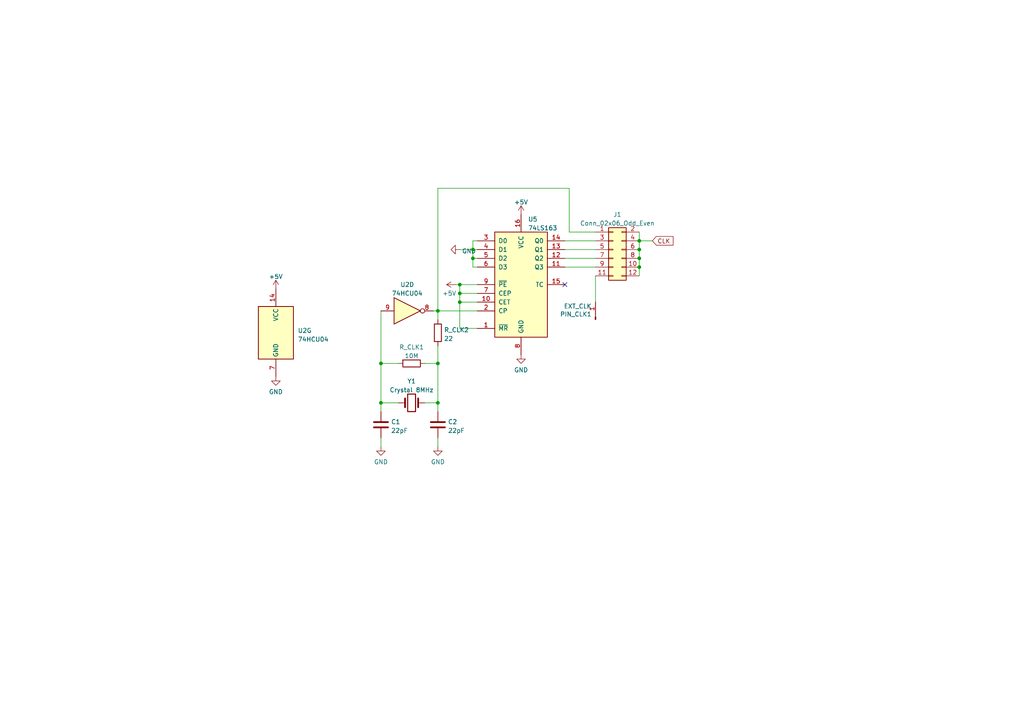
<source format=kicad_sch>
(kicad_sch (version 20231120) (generator "eeschema") (generator_version "8.0")
  (paper "A4")
  (lib_symbols
    (symbol "74xx:74HC04"
      (property "Reference" "U" (at 0 1.27 0))
      (property "Value" "74HC04" (at 0 -1.27 0))
      (symbol "74HC04_1_0"
        (polyline (pts (xy -3.81 3.81) (xy -3.81 -3.81) (xy 3.81 0) (xy -3.81 3.81)) (stroke (width 0.254)) (fill (type background)))
        (pin input line (at -7.62 0 0) (length 3.81) (name "~") (number "1"))
        (pin output inverted (at 7.62 0 180) (length 3.81) (name "~") (number "2"))
      )
      (symbol "74HC04_2_0"
        (polyline (pts (xy -3.81 3.81) (xy -3.81 -3.81) (xy 3.81 0) (xy -3.81 3.81)) (stroke (width 0.254)) (fill (type background)))
        (pin input line (at -7.62 0 0) (length 3.81) (name "~") (number "3"))
        (pin output inverted (at 7.62 0 180) (length 3.81) (name "~") (number "4"))
      )
      (symbol "74HC04_3_0"
        (polyline (pts (xy -3.81 3.81) (xy -3.81 -3.81) (xy 3.81 0) (xy -3.81 3.81)) (stroke (width 0.254)) (fill (type background)))
        (pin input line (at -7.62 0 0) (length 3.81) (name "~") (number "5"))
        (pin output inverted (at 7.62 0 180) (length 3.81) (name "~") (number "6"))
      )
      (symbol "74HC04_4_0"
        (polyline (pts (xy -3.81 3.81) (xy -3.81 -3.81) (xy 3.81 0) (xy -3.81 3.81)) (stroke (width 0.254)) (fill (type background)))
        (pin output inverted (at 7.62 0 180) (length 3.81) (name "~") (number "8"))
        (pin input line (at -7.62 0 0) (length 3.81) (name "~") (number "9"))
      )
      (symbol "74HC04_5_0"
        (polyline (pts (xy -3.81 3.81) (xy -3.81 -3.81) (xy 3.81 0) (xy -3.81 3.81)) (stroke (width 0.254)) (fill (type background)))
        (pin output inverted (at 7.62 0 180) (length 3.81) (name "~") (number "10"))
        (pin input line (at -7.62 0 0) (length 3.81) (name "~") (number "11"))
      )
      (symbol "74HC04_6_0"
        (polyline (pts (xy -3.81 3.81) (xy -3.81 -3.81) (xy 3.81 0) (xy -3.81 3.81)) (stroke (width 0.254)) (fill (type background)))
        (pin output inverted (at 7.62 0 180) (length 3.81) (name "~") (number "12"))
        (pin input line (at -7.62 0 0) (length 3.81) (name "~") (number "13"))
      )
      (symbol "74HC04_7_0"
        (pin power_in line (at 0 12.7 270) (length 5.08) (name "VCC") (number "14"))
        (pin power_in line (at 0 -12.7 90) (length 5.08) (name "GND") (number "7"))
      )
      (symbol "74HC04_7_1"
        (rectangle (start -5.08 7.62) (end 5.08 -7.62) (stroke (width 0.254)) (fill (type background)))
      )
    )
    (symbol "74xx:74LS163" (pin_names (offset 1.016))
      (property "Reference" "U" (at -7.62 16.51 0))
      (property "Value" "74LS163" (at -7.62 -16.51 0))
      (symbol "74LS163_1_0"
        (pin input line (at -12.7 -12.7 0) (length 5.08) (name "~{MR}") (number "1"))
        (pin input line (at -12.7 -5.08 0) (length 5.08) (name "CET") (number "10"))
        (pin output line (at 12.7 5.08 180) (length 5.08) (name "Q3") (number "11"))
        (pin output line (at 12.7 7.62 180) (length 5.08) (name "Q2") (number "12"))
        (pin output line (at 12.7 10.16 180) (length 5.08) (name "Q1") (number "13"))
        (pin output line (at 12.7 12.7 180) (length 5.08) (name "Q0") (number "14"))
        (pin output line (at 12.7 0 180) (length 5.08) (name "TC") (number "15"))
        (pin power_in line (at 0 20.32 270) (length 5.08) (name "VCC") (number "16"))
        (pin input line (at -12.7 -7.62 0) (length 5.08) (name "CP") (number "2"))
        (pin input line (at -12.7 12.7 0) (length 5.08) (name "D0") (number "3"))
        (pin input line (at -12.7 10.16 0) (length 5.08) (name "D1") (number "4"))
        (pin input line (at -12.7 7.62 0) (length 5.08) (name "D2") (number "5"))
        (pin input line (at -12.7 5.08 0) (length 5.08) (name "D3") (number "6"))
        (pin input line (at -12.7 -2.54 0) (length 5.08) (name "CEP") (number "7"))
        (pin power_in line (at 0 -20.32 90) (length 5.08) (name "GND") (number "8"))
        (pin input line (at -12.7 0 0) (length 5.08) (name "~{PE}") (number "9"))
      )
      (symbol "74LS163_1_1"
        (rectangle (start -7.62 15.24) (end 7.62 -15.24) (stroke (width 0.254)) (fill (type background)))
      )
    )
    (symbol "Connector:Conn_01x01_Male" (pin_names (offset 1.016) hide)
      (property "Reference" "J" (at 0 2.54 0))
      (property "Value" "Conn_01x01_Male" (at 0 -2.54 0))
      (symbol "Conn_01x01_Male_1_1"
        (polyline (pts (xy 1.27 0) (xy 0.8636 0)) (stroke (width 0.1524)))
        (rectangle (start 0.8636 0.127) (end 0 -0.127) (stroke (width 0.1524)) (fill (type outline)))
        (pin passive line (at 5.08 0 180) (length 3.81) (name "Pin_1") (number "1"))
      )
    )
    (symbol "Connector_Generic:Conn_02x06_Odd_Even" (pin_names (offset 1.016) hide)
      (property "Reference" "J" (at 1.27 7.62 0))
      (property "Value" "Conn_02x06_Odd_Even" (at 1.27 -10.16 0))
      (symbol "Conn_02x06_Odd_Even_1_1"
        (rectangle (start -1.27 -7.493) (end 0 -7.747) (stroke (width 0.1524)))
        (rectangle (start -1.27 -4.953) (end 0 -5.207) (stroke (width 0.1524)))
        (rectangle (start -1.27 -2.413) (end 0 -2.667) (stroke (width 0.1524)))
        (rectangle (start -1.27 0.127) (end 0 -0.127) (stroke (width 0.1524)))
        (rectangle (start -1.27 2.667) (end 0 2.413) (stroke (width 0.1524)))
        (rectangle (start -1.27 5.207) (end 0 4.953) (stroke (width 0.1524)))
        (rectangle (start -1.27 6.35) (end 3.81 -8.89) (stroke (width 0.254)) (fill (type background)))
        (rectangle (start 3.81 -7.493) (end 2.54 -7.747) (stroke (width 0.1524)))
        (rectangle (start 3.81 -4.953) (end 2.54 -5.207) (stroke (width 0.1524)))
        (rectangle (start 3.81 -2.413) (end 2.54 -2.667) (stroke (width 0.1524)))
        (rectangle (start 3.81 0.127) (end 2.54 -0.127) (stroke (width 0.1524)))
        (rectangle (start 3.81 2.667) (end 2.54 2.413) (stroke (width 0.1524)))
        (rectangle (start 3.81 5.207) (end 2.54 4.953) (stroke (width 0.1524)))
        (pin passive line (at -5.08 5.08 0) (length 3.81) (name "Pin_1") (number "1"))
        (pin passive line (at 7.62 -5.08 180) (length 3.81) (name "Pin_10") (number "10"))
        (pin passive line (at -5.08 -7.62 0) (length 3.81) (name "Pin_11") (number "11"))
        (pin passive line (at 7.62 -7.62 180) (length 3.81) (name "Pin_12") (number "12"))
        (pin passive line (at 7.62 5.08 180) (length 3.81) (name "Pin_2") (number "2"))
        (pin passive line (at -5.08 2.54 0) (length 3.81) (name "Pin_3") (number "3"))
        (pin passive line (at 7.62 2.54 180) (length 3.81) (name "Pin_4") (number "4"))
        (pin passive line (at -5.08 0 0) (length 3.81) (name "Pin_5") (number "5"))
        (pin passive line (at 7.62 0 180) (length 3.81) (name "Pin_6") (number "6"))
        (pin passive line (at -5.08 -2.54 0) (length 3.81) (name "Pin_7") (number "7"))
        (pin passive line (at 7.62 -2.54 180) (length 3.81) (name "Pin_8") (number "8"))
        (pin passive line (at -5.08 -5.08 0) (length 3.81) (name "Pin_9") (number "9"))
      )
    )
    (symbol "Device:C" (pin_numbers hide) (pin_names (offset 0.254))
      (property "Reference" "C" (at 0.635 2.54 0))
      (property "Value" "C" (at 0.635 -2.54 0))
      (symbol "C_0_1"
        (polyline (pts (xy -2.032 -0.762) (xy 2.032 -0.762)) (stroke (width 0.508)))
        (polyline (pts (xy -2.032 0.762) (xy 2.032 0.762)) (stroke (width 0.508)))
      )
      (symbol "C_1_1"
        (pin passive line (at 0 3.81 270) (length 2.794) (name "~") (number "1"))
        (pin passive line (at 0 -3.81 90) (length 2.794) (name "~") (number "2"))
      )
    )
    (symbol "Device:Crystal" (pin_numbers hide) (pin_names (offset 1.016) hide)
      (property "Reference" "Y" (at 0 3.81 0))
      (property "Value" "Crystal" (at 0 -3.81 0))
      (symbol "Crystal_0_1"
        (rectangle (start -1.143 2.54) (end 1.143 -2.54) (stroke (width 0.3048)))
        (polyline (pts (xy -2.54 0) (xy -1.905 0)))
        (polyline (pts (xy -1.905 -1.27) (xy -1.905 1.27)) (stroke (width 0.508)))
        (polyline (pts (xy 1.905 -1.27) (xy 1.905 1.27)) (stroke (width 0.508)))
        (polyline (pts (xy 2.54 0) (xy 1.905 0)))
      )
      (symbol "Crystal_1_1"
        (pin passive line (at -3.81 0 0) (length 1.27) (name "1") (number "1"))
        (pin passive line (at 3.81 0 180) (length 1.27) (name "2") (number "2"))
      )
    )
    (symbol "Device:R" (pin_numbers hide) (pin_names (offset 0))
      (property "Reference" "R" (at 2.032 0 90))
      (property "Value" "R" (at 0 0 90))
      (symbol "R_0_1"
        (rectangle (start -1.016 -2.54) (end 1.016 2.54) (stroke (width 0.254)))
      )
      (symbol "R_1_1"
        (pin passive line (at 0 3.81 270) (length 1.27) (name "~") (number "1"))
        (pin passive line (at 0 -3.81 90) (length 1.27) (name "~") (number "2"))
      )
    )
    (symbol "power:+5V" (power) (pin_names (offset 0))
      (property "Value" "+5V" (at 0 3.556 0))
      (symbol "+5V_0_1"
        (polyline (pts (xy -0.762 1.27) (xy 0 2.54)))
        (polyline (pts (xy 0 0) (xy 0 2.54)))
        (polyline (pts (xy 0 2.54) (xy 0.762 1.27)))
      )
      (symbol "+5V_1_1"
        (pin power_in line (at 0 0 90) (length 0) hide (name "+5V") (number "1"))
      )
    )
    (symbol "power:GND" (power) (pin_names (offset 0))
      (property "Value" "GND" (at 0 -3.81 0))
      (symbol "GND_0_1"
        (polyline (pts (xy 0 0) (xy 0 -1.27) (xy 1.27 -1.27) (xy 0 -2.54) (xy -1.27 -1.27) (xy 0 -1.27)))
      )
      (symbol "GND_1_1"
        (pin power_in line (at 0 0 270) (length 0) hide (name "GND") (number "1"))
      )
    )
  )
  (junction (at 133.35 82.55))
  (junction (at 133.35 87.63))
  (junction (at 133.35 85.09))
  (junction (at 110.49 105.41))
  (junction (at 185.42 72.39))
  (junction (at 110.49 116.84))
  (junction (at 137.16 72.39))
  (junction (at 185.42 77.47))
  (junction (at 185.42 74.93))
  (junction (at 127 116.84))
  (junction (at 127 90.17))
  (junction (at 127 105.41))
  (junction (at 185.42 69.85))
  (junction (at 137.16 74.93))
  (no_connect (at 163.83 82.55))
  (wire (pts (xy 137.16 72.39) (xy 137.16 74.93)))
  (wire (pts (xy 137.16 77.47) (xy 138.43 77.47)))
  (wire (pts (xy 133.35 85.09) (xy 138.43 85.09)))
  (wire (pts (xy 123.19 105.41) (xy 127 105.41)))
  (wire (pts (xy 165.1 67.31) (xy 172.72 67.31)))
  (wire (pts (xy 185.42 77.47) (xy 185.42 80.01)))
  (wire (pts (xy 127 54.61) (xy 165.1 54.61)))
  (wire (pts (xy 185.42 69.85) (xy 189.23 69.85)))
  (wire (pts (xy 110.49 90.17) (xy 110.49 105.41)))
  (wire (pts (xy 163.83 69.85) (xy 172.72 69.85)))
  (wire (pts (xy 110.49 116.84) (xy 115.57 116.84)))
  (wire (pts (xy 110.49 105.41) (xy 115.57 105.41)))
  (wire (pts (xy 137.16 74.93) (xy 138.43 74.93)))
  (wire (pts (xy 163.83 77.47) (xy 172.72 77.47)))
  (wire (pts (xy 123.19 116.84) (xy 127 116.84)))
  (wire (pts (xy 110.49 116.84) (xy 110.49 105.41)))
  (wire (pts (xy 127 100.33) (xy 127 105.41)))
  (wire (pts (xy 133.35 87.63) (xy 138.43 87.63)))
  (wire (pts (xy 137.16 69.85) (xy 137.16 72.39)))
  (wire (pts (xy 127 127) (xy 127 129.54)))
  (wire (pts (xy 133.35 72.39) (xy 137.16 72.39)))
  (wire (pts (xy 185.42 69.85) (xy 185.42 72.39)))
  (wire (pts (xy 127 90.17) (xy 138.43 90.17)))
  (wire (pts (xy 132.08 82.55) (xy 133.35 82.55)))
  (wire (pts (xy 137.16 72.39) (xy 138.43 72.39)))
  (wire (pts (xy 127 54.61) (xy 127 90.17)))
  (wire (pts (xy 127 116.84) (xy 127 119.38)))
  (wire (pts (xy 133.35 87.63) (xy 133.35 95.25)))
  (wire (pts (xy 163.83 74.93) (xy 172.72 74.93)))
  (wire (pts (xy 125.73 90.17) (xy 127 90.17)))
  (wire (pts (xy 127 105.41) (xy 127 116.84)))
  (wire (pts (xy 138.43 69.85) (xy 137.16 69.85)))
  (wire (pts (xy 133.35 82.55) (xy 133.35 85.09)))
  (wire (pts (xy 185.42 72.39) (xy 185.42 74.93)))
  (wire (pts (xy 110.49 119.38) (xy 110.49 116.84)))
  (wire (pts (xy 138.43 95.25) (xy 133.35 95.25)))
  (wire (pts (xy 172.72 80.01) (xy 172.72 87.63)))
  (wire (pts (xy 133.35 85.09) (xy 133.35 87.63)))
  (wire (pts (xy 137.16 74.93) (xy 137.16 77.47)))
  (wire (pts (xy 185.42 67.31) (xy 185.42 69.85)))
  (wire (pts (xy 133.35 82.55) (xy 138.43 82.55)))
  (wire (pts (xy 163.83 72.39) (xy 172.72 72.39)))
  (wire (pts (xy 165.1 54.61) (xy 165.1 67.31)))
  (wire (pts (xy 127 90.17) (xy 127 92.71)))
  (wire (pts (xy 185.42 74.93) (xy 185.42 77.47)))
  (wire (pts (xy 110.49 127) (xy 110.49 129.54)))
  (global_label "CLK" (shape input) (at 189.23 69.85 0) (property "Intersheetrefs" "${INTERSHEET_REFS}" (effects (hide yes))))
  (symbol (lib_id "power:GND") (at 133.35 72.39 270) (unit 1)
    (property "Reference" "#PWR0146" (effects (hide yes)))
    (property "Value" "GND" (at 133.985 72.8238 90) (effects (justify left)))
  )
  (symbol (lib_id "74xx:74LS163") (at 151.13 82.55 0) (unit 1)
    (property "Reference" "U5" (at 153.1494 63.6102 0) (effects (justify left)))
    (property "Value" "74LS163" (at 153.1494 66.1471 0) (effects (justify left)))
    (property "Footprint" "Package_DIP:DIP-16_W7.62mm" (effects (hide yes)))
    (property "Datasheet" "http://www.ti.com/lit/gpn/sn74LS163" (effects (hide yes)))
  )
  (symbol (lib_id "74xx:74HC04") (at 80.01 96.52 0) (unit 7)
    (property "Reference" "U2" (at 86.36 95.885 0) (effects (justify left)))
    (property "Value" "74HCU04" (at 86.36 98.425 0) (effects (justify left)))
    (property "Footprint" "Package_DIP:DIP-14_W7.62mm" (effects (hide yes)))
    (property "Datasheet" "https://assets.nexperia.com/documents/data-sheet/74HC_HCT04.pdf" (effects (hide yes)))
  )
  (symbol (lib_id "power:GND") (at 151.13 102.87 0) (unit 1)
    (property "Reference" "#PWR0148" (effects (hide yes)))
    (property "Value" "GND" (at 151.13 107.3134 0))
  )
  (symbol (lib_id "Device:R") (at 119.38 105.41 90) (unit 1)
    (property "Reference" "R_CLK1" (at 119.38 100.6942 90))
    (property "Value" "10M" (at 119.38 103.2311 90))
    (property "Footprint" "Resistor_THT:R_Axial_DIN0207_L6.3mm_D2.5mm_P10.16mm_Horizontal" (effects (hide yes)))
  )
  (symbol (lib_id "74xx:74HC04") (at 118.11 90.17 0) (unit 4)
    (property "Reference" "U2" (at 118.11 82.55 0))
    (property "Value" "74HCU04" (at 118.11 85.09 0))
    (property "Footprint" "Package_DIP:DIP-14_W7.62mm" (effects (hide yes)))
    (property "Datasheet" "https://assets.nexperia.com/documents/data-sheet/74HC_HCT04.pdf" (effects (hide yes)))
  )
  (symbol (lib_id "power:+5V") (at 151.13 62.23 0) (unit 1)
    (property "Reference" "#PWR0147" (effects (hide yes)))
    (property "Value" "+5V" (at 151.13 58.6542 0))
  )
  (symbol (lib_id "Connector_Generic:Conn_02x06_Odd_Even") (at 177.8 72.39 0) (unit 1)
    (property "Reference" "J1" (at 179.07 62.23 0))
    (property "Value" "Conn_02x06_Odd_Even" (at 179.07 64.77 0))
    (property "Footprint" "Connector_PinHeader_2.54mm:PinHeader_2x06_P2.54mm_Vertical" (effects (hide yes)))
  )
  (symbol (lib_id "Device:Crystal") (at 119.38 116.84 0) (unit 1)
    (property "Reference" "Y1" (at 119.38 110.5748 0))
    (property "Value" "Crystal 8MHz" (at 119.38 113.1117 0))
    (property "Footprint" "Crystal:Crystal_HC18-U_Vertical" (effects (hide yes)))
  )
  (symbol (lib_id "power:+5V") (at 80.01 83.82 0) (unit 1)
    (property "Reference" "#PWR0144" (effects (hide yes)))
    (property "Value" "+5V" (at 80.01 80.2442 0))
  )
  (symbol (lib_id "Device:R") (at 127 96.52 0) (unit 1)
    (property "Reference" "R_CLK2" (at 128.778 95.6853 0) (effects (justify left)))
    (property "Value" "22" (at 128.778 98.2222 0) (effects (justify left)))
    (property "Footprint" "Resistor_THT:R_Axial_DIN0207_L6.3mm_D2.5mm_P10.16mm_Horizontal" (effects (hide yes)))
  )
  (symbol (lib_id "Device:C") (at 127 123.19 0) (unit 1)
    (property "Reference" "C2" (at 129.921 122.3553 0) (effects (justify left)))
    (property "Value" "22pF" (at 129.921 124.8922 0) (effects (justify left)))
    (property "Footprint" "Capacitor_THT:CP_Radial_Tantal_D4.5mm_P2.50mm" (effects (hide yes)))
  )
  (symbol (lib_id "power:+5V") (at 132.08 82.55 90) (unit 1)
    (property "Reference" "#PWR0143" (effects (hide yes)))
    (property "Value" "+5V" (at 128.27 85.09 90) (effects (justify right)))
  )
  (symbol (lib_id "Connector:Conn_01x01_Male") (at 172.72 92.71 90) (unit 1)
    (property "Reference" "PIN_CLK1" (at 171.6024 91.1352 90) (effects (justify left)))
    (property "Value" "EXT_CLK" (at 171.6024 88.8238 90) (effects (justify left)))
    (property "Footprint" "Connector_PinHeader_2.54mm:PinHeader_1x01_P2.54mm_Vertical" (effects (hide yes)))
  )
  (symbol (lib_id "power:GND") (at 110.49 129.54 0) (unit 1)
    (property "Reference" "#PWR0141" (effects (hide yes)))
    (property "Value" "GND" (at 110.49 133.9834 0))
  )
  (symbol (lib_id "power:GND") (at 80.01 109.22 0) (unit 1)
    (property "Reference" "#PWR0145" (effects (hide yes)))
    (property "Value" "GND" (at 80.01 113.6634 0))
  )
  (symbol (lib_id "Device:C") (at 110.49 123.19 0) (unit 1)
    (property "Reference" "C1" (at 113.411 122.3553 0) (effects (justify left)))
    (property "Value" "22pF" (at 113.411 124.8922 0) (effects (justify left)))
    (property "Footprint" "Capacitor_THT:CP_Radial_Tantal_D4.5mm_P2.50mm" (effects (hide yes)))
  )
  (symbol (lib_id "power:GND") (at 127 129.54 0) (unit 1)
    (property "Reference" "#PWR0142" (effects (hide yes)))
    (property "Value" "GND" (at 127 133.9834 0))
  )
)
</source>
